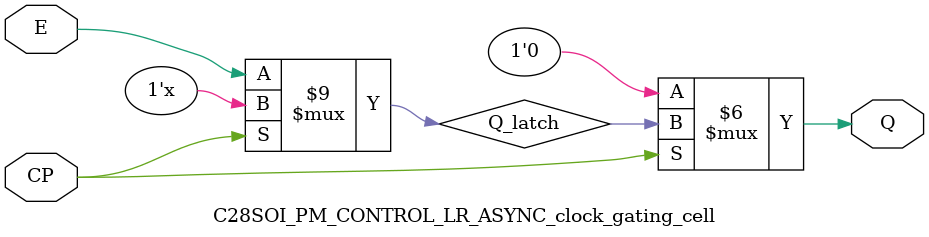
<source format=v>
module C28SOI_PM_CONTROL_LR_ASYNC_clock_gating_cell (CP, E, Q);
   input CP;
   input E;
   //input TE;
   output Q;
   
   reg Q;
   reg Q_latch;
   always @(CP, E) begin
      if (CP == 1'b0)
         Q_latch = E ;
   end
   
   always @(Q_latch or CP) begin
      if (CP == 1'b1)
         Q = Q_latch;
      else   
         Q = 1'b0;
   end

endmodule

</source>
